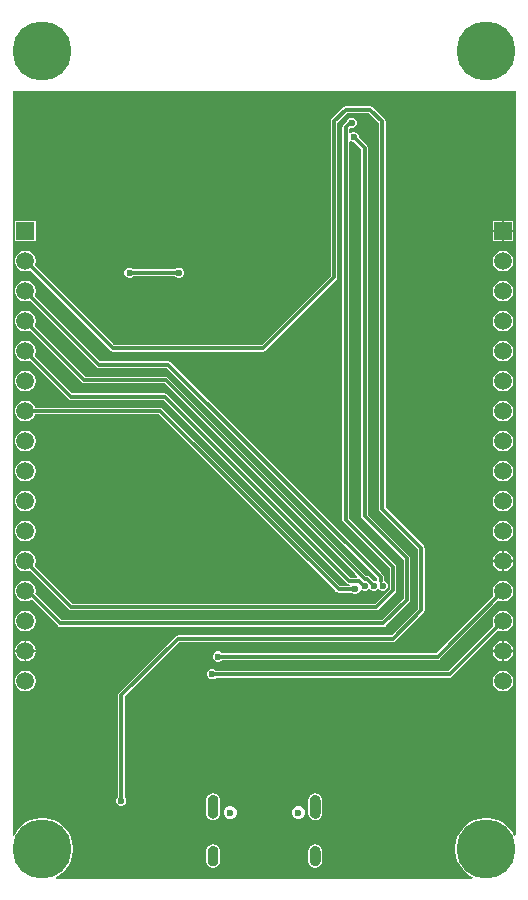
<source format=gbl>
G04*
G04 #@! TF.GenerationSoftware,Altium Limited,Altium Designer,23.1.1 (15)*
G04*
G04 Layer_Physical_Order=2*
G04 Layer_Color=16711680*
%FSLAX44Y44*%
%MOMM*%
G71*
G04*
G04 #@! TF.SameCoordinates,7295AF94-9057-4BB6-BE4D-2D92AE26B948*
G04*
G04*
G04 #@! TF.FilePolarity,Positive*
G04*
G01*
G75*
%ADD47C,0.3000*%
%ADD51C,0.9000*%
%ADD52C,0.6000*%
%ADD53C,5.0000*%
%ADD54C,1.5000*%
%ADD55R,1.5000X1.5000*%
%ADD56C,0.8000*%
G36*
X1237961Y433674D02*
X1236691Y433369D01*
X1235468Y435769D01*
X1233038Y439114D01*
X1230114Y442038D01*
X1226768Y444468D01*
X1223084Y446345D01*
X1219152Y447623D01*
X1215068Y448270D01*
X1210932D01*
X1206848Y447623D01*
X1202916Y446345D01*
X1199231Y444468D01*
X1195886Y442038D01*
X1192962Y439114D01*
X1190532Y435769D01*
X1188655Y432084D01*
X1187377Y428152D01*
X1186730Y424067D01*
Y419933D01*
X1187377Y415848D01*
X1188655Y411916D01*
X1190532Y408232D01*
X1192962Y404886D01*
X1195886Y401962D01*
X1199231Y399532D01*
X1201631Y398309D01*
X1201327Y397039D01*
X848673D01*
X848369Y398309D01*
X850769Y399532D01*
X854114Y401962D01*
X857038Y404886D01*
X859468Y408232D01*
X861345Y411916D01*
X862623Y415848D01*
X863270Y419933D01*
Y424067D01*
X862623Y428152D01*
X861345Y432084D01*
X859468Y435769D01*
X857038Y439114D01*
X854114Y442038D01*
X850769Y444468D01*
X847084Y446345D01*
X843152Y447623D01*
X839068Y448270D01*
X834932D01*
X830848Y447623D01*
X826916Y446345D01*
X823232Y444468D01*
X819886Y442038D01*
X816962Y439114D01*
X814532Y435769D01*
X813309Y433369D01*
X812039Y433674D01*
Y1063625D01*
X1237961D01*
Y433674D01*
D02*
G37*
%LPC*%
G36*
X1099849Y1041270D02*
X1098151D01*
X1096581Y1040620D01*
X1095380Y1039419D01*
X1094730Y1037849D01*
Y1037707D01*
X1094415Y1037497D01*
X1094415Y1037497D01*
X1092003Y1035085D01*
X1091391Y1034168D01*
X1091176Y1033088D01*
X1091176Y1033087D01*
Y701000D01*
X1091176Y701000D01*
X1091391Y699919D01*
X1092003Y699003D01*
X1131176Y659830D01*
Y642170D01*
X1118830Y629824D01*
X862770D01*
X830632Y661962D01*
X830922Y662465D01*
X831520Y664695D01*
Y667005D01*
X830922Y669235D01*
X829768Y671235D01*
X828135Y672868D01*
X826135Y674022D01*
X823905Y674620D01*
X821595D01*
X819365Y674022D01*
X817365Y672868D01*
X815732Y671235D01*
X814578Y669235D01*
X813980Y667005D01*
Y664695D01*
X814578Y662465D01*
X815732Y660465D01*
X817365Y658832D01*
X819365Y657678D01*
X821595Y657080D01*
X823905D01*
X826135Y657678D01*
X826638Y657968D01*
X859603Y625003D01*
X859603Y625003D01*
X860519Y624391D01*
X861600Y624176D01*
X1120000D01*
X1120000Y624176D01*
X1121081Y624391D01*
X1121997Y625003D01*
X1135997Y639003D01*
X1135997Y639003D01*
X1136609Y639919D01*
X1136824Y641000D01*
X1136824Y641000D01*
Y661000D01*
X1136824Y661000D01*
X1136609Y662081D01*
X1135997Y662997D01*
X1135997Y662997D01*
X1096824Y702170D01*
Y1020996D01*
X1098094Y1021522D01*
X1098311Y1021305D01*
X1099881Y1020655D01*
X1101006D01*
X1107176Y1014485D01*
Y704000D01*
X1107176Y704000D01*
X1107391Y702919D01*
X1108003Y702003D01*
X1143176Y666830D01*
Y634170D01*
X1124830Y615824D01*
X853677D01*
X831242Y638259D01*
X831520Y639295D01*
Y641605D01*
X830922Y643835D01*
X829768Y645835D01*
X828135Y647468D01*
X826135Y648622D01*
X823905Y649220D01*
X821595D01*
X819365Y648622D01*
X817365Y647468D01*
X815732Y645835D01*
X814578Y643835D01*
X813980Y641605D01*
Y639295D01*
X814578Y637065D01*
X815732Y635065D01*
X817365Y633432D01*
X819365Y632278D01*
X821595Y631680D01*
X823905D01*
X826135Y632278D01*
X828101Y633413D01*
X850510Y611003D01*
X850510Y611003D01*
X851427Y610391D01*
X852507Y610176D01*
X1126000D01*
X1126000Y610176D01*
X1127081Y610391D01*
X1127997Y611003D01*
X1147997Y631003D01*
X1147997Y631003D01*
X1148609Y631919D01*
X1148824Y633000D01*
X1148824Y633000D01*
Y668000D01*
X1148609Y669081D01*
X1147997Y669997D01*
X1147997Y669997D01*
X1112824Y705170D01*
Y1015655D01*
X1112824Y1015655D01*
X1112609Y1016736D01*
X1111997Y1017652D01*
X1111997Y1017652D01*
X1105000Y1024649D01*
Y1025774D01*
X1104350Y1027344D01*
X1103149Y1028545D01*
X1101579Y1029195D01*
X1099881D01*
X1098311Y1028545D01*
X1098094Y1028328D01*
X1096824Y1028854D01*
Y1031918D01*
X1097787Y1032881D01*
X1098151Y1032730D01*
X1099849D01*
X1101419Y1033380D01*
X1102620Y1034581D01*
X1103270Y1036151D01*
Y1037849D01*
X1102620Y1039419D01*
X1101419Y1040620D01*
X1099849Y1041270D01*
D02*
G37*
G36*
X1236020Y954020D02*
X1227885D01*
Y945885D01*
X1236020D01*
Y954020D01*
D02*
G37*
G36*
X1226615D02*
X1218480D01*
Y945885D01*
X1226615D01*
Y954020D01*
D02*
G37*
G36*
X1236020Y944615D02*
X1227885D01*
Y936480D01*
X1236020D01*
Y944615D01*
D02*
G37*
G36*
X1226615D02*
X1218480D01*
Y936480D01*
X1226615D01*
Y944615D01*
D02*
G37*
G36*
X831520Y954020D02*
X813980D01*
Y936480D01*
X831520D01*
Y954020D01*
D02*
G37*
G36*
X953849Y914270D02*
X952151D01*
X950581Y913620D01*
X949786Y912824D01*
X914214D01*
X913419Y913620D01*
X911849Y914270D01*
X910151D01*
X908581Y913620D01*
X907380Y912419D01*
X906730Y910849D01*
Y909151D01*
X907380Y907581D01*
X908581Y906380D01*
X910151Y905730D01*
X911849D01*
X913419Y906380D01*
X914214Y907176D01*
X949786D01*
X950581Y906380D01*
X952151Y905730D01*
X953849D01*
X955419Y906380D01*
X956620Y907581D01*
X957270Y909151D01*
Y910849D01*
X956620Y912419D01*
X955419Y913620D01*
X953849Y914270D01*
D02*
G37*
G36*
X1228405Y928620D02*
X1226095D01*
X1223865Y928022D01*
X1221865Y926868D01*
X1220232Y925235D01*
X1219078Y923235D01*
X1218480Y921005D01*
Y918695D01*
X1219078Y916465D01*
X1220232Y914465D01*
X1221865Y912832D01*
X1223865Y911678D01*
X1226095Y911080D01*
X1228405D01*
X1230635Y911678D01*
X1232635Y912832D01*
X1234268Y914465D01*
X1235422Y916465D01*
X1236020Y918695D01*
Y921005D01*
X1235422Y923235D01*
X1234268Y925235D01*
X1232635Y926868D01*
X1230635Y928022D01*
X1228405Y928620D01*
D02*
G37*
G36*
Y903220D02*
X1226095D01*
X1223865Y902622D01*
X1221865Y901468D01*
X1220232Y899835D01*
X1219078Y897835D01*
X1218480Y895605D01*
Y893295D01*
X1219078Y891065D01*
X1220232Y889065D01*
X1221865Y887432D01*
X1223865Y886278D01*
X1226095Y885680D01*
X1228405D01*
X1230635Y886278D01*
X1232635Y887432D01*
X1234268Y889065D01*
X1235422Y891065D01*
X1236020Y893295D01*
Y895605D01*
X1235422Y897835D01*
X1234268Y899835D01*
X1232635Y901468D01*
X1230635Y902622D01*
X1228405Y903220D01*
D02*
G37*
G36*
Y877820D02*
X1226095D01*
X1223865Y877222D01*
X1221865Y876068D01*
X1220232Y874435D01*
X1219078Y872435D01*
X1218480Y870205D01*
Y867895D01*
X1219078Y865665D01*
X1220232Y863665D01*
X1221865Y862032D01*
X1223865Y860878D01*
X1226095Y860280D01*
X1228405D01*
X1230635Y860878D01*
X1232635Y862032D01*
X1234268Y863665D01*
X1235422Y865665D01*
X1236020Y867895D01*
Y870205D01*
X1235422Y872435D01*
X1234268Y874435D01*
X1232635Y876068D01*
X1230635Y877222D01*
X1228405Y877820D01*
D02*
G37*
G36*
Y852420D02*
X1226095D01*
X1223865Y851822D01*
X1221865Y850668D01*
X1220232Y849035D01*
X1219078Y847035D01*
X1218480Y844805D01*
Y842495D01*
X1219078Y840265D01*
X1220232Y838265D01*
X1221865Y836632D01*
X1223865Y835478D01*
X1226095Y834880D01*
X1228405D01*
X1230635Y835478D01*
X1232635Y836632D01*
X1234268Y838265D01*
X1235422Y840265D01*
X1236020Y842495D01*
Y844805D01*
X1235422Y847035D01*
X1234268Y849035D01*
X1232635Y850668D01*
X1230635Y851822D01*
X1228405Y852420D01*
D02*
G37*
G36*
Y827020D02*
X1226095D01*
X1223865Y826422D01*
X1221865Y825268D01*
X1220232Y823635D01*
X1219078Y821635D01*
X1218480Y819405D01*
Y817095D01*
X1219078Y814865D01*
X1220232Y812865D01*
X1221865Y811232D01*
X1223865Y810078D01*
X1226095Y809480D01*
X1228405D01*
X1230635Y810078D01*
X1232635Y811232D01*
X1234268Y812865D01*
X1235422Y814865D01*
X1236020Y817095D01*
Y819405D01*
X1235422Y821635D01*
X1234268Y823635D01*
X1232635Y825268D01*
X1230635Y826422D01*
X1228405Y827020D01*
D02*
G37*
G36*
X823905D02*
X821595D01*
X819365Y826422D01*
X817365Y825268D01*
X815732Y823635D01*
X814578Y821635D01*
X813980Y819405D01*
Y817095D01*
X814578Y814865D01*
X815732Y812865D01*
X817365Y811232D01*
X819365Y810078D01*
X821595Y809480D01*
X823905D01*
X826135Y810078D01*
X828135Y811232D01*
X829768Y812865D01*
X830922Y814865D01*
X831520Y817095D01*
Y819405D01*
X830922Y821635D01*
X829768Y823635D01*
X828135Y825268D01*
X826135Y826422D01*
X823905Y827020D01*
D02*
G37*
G36*
X1228405Y801620D02*
X1226095D01*
X1223865Y801022D01*
X1221865Y799868D01*
X1220232Y798235D01*
X1219078Y796235D01*
X1218480Y794005D01*
Y791695D01*
X1219078Y789465D01*
X1220232Y787465D01*
X1221865Y785832D01*
X1223865Y784678D01*
X1226095Y784080D01*
X1228405D01*
X1230635Y784678D01*
X1232635Y785832D01*
X1234268Y787465D01*
X1235422Y789465D01*
X1236020Y791695D01*
Y794005D01*
X1235422Y796235D01*
X1234268Y798235D01*
X1232635Y799868D01*
X1230635Y801022D01*
X1228405Y801620D01*
D02*
G37*
G36*
Y776220D02*
X1226095D01*
X1223865Y775622D01*
X1221865Y774468D01*
X1220232Y772835D01*
X1219078Y770835D01*
X1218480Y768605D01*
Y766295D01*
X1219078Y764065D01*
X1220232Y762065D01*
X1221865Y760432D01*
X1223865Y759278D01*
X1226095Y758680D01*
X1228405D01*
X1230635Y759278D01*
X1232635Y760432D01*
X1234268Y762065D01*
X1235422Y764065D01*
X1236020Y766295D01*
Y768605D01*
X1235422Y770835D01*
X1234268Y772835D01*
X1232635Y774468D01*
X1230635Y775622D01*
X1228405Y776220D01*
D02*
G37*
G36*
X823905D02*
X821595D01*
X819365Y775622D01*
X817365Y774468D01*
X815732Y772835D01*
X814578Y770835D01*
X813980Y768605D01*
Y766295D01*
X814578Y764065D01*
X815732Y762065D01*
X817365Y760432D01*
X819365Y759278D01*
X821595Y758680D01*
X823905D01*
X826135Y759278D01*
X828135Y760432D01*
X829768Y762065D01*
X830922Y764065D01*
X831520Y766295D01*
Y768605D01*
X830922Y770835D01*
X829768Y772835D01*
X828135Y774468D01*
X826135Y775622D01*
X823905Y776220D01*
D02*
G37*
G36*
X1228405Y750820D02*
X1226095D01*
X1223865Y750222D01*
X1221865Y749068D01*
X1220232Y747435D01*
X1219078Y745435D01*
X1218480Y743205D01*
Y740895D01*
X1219078Y738665D01*
X1220232Y736665D01*
X1221865Y735032D01*
X1223865Y733878D01*
X1226095Y733280D01*
X1228405D01*
X1230635Y733878D01*
X1232635Y735032D01*
X1234268Y736665D01*
X1235422Y738665D01*
X1236020Y740895D01*
Y743205D01*
X1235422Y745435D01*
X1234268Y747435D01*
X1232635Y749068D01*
X1230635Y750222D01*
X1228405Y750820D01*
D02*
G37*
G36*
X823905D02*
X821595D01*
X819365Y750222D01*
X817365Y749068D01*
X815732Y747435D01*
X814578Y745435D01*
X813980Y743205D01*
Y740895D01*
X814578Y738665D01*
X815732Y736665D01*
X817365Y735032D01*
X819365Y733878D01*
X821595Y733280D01*
X823905D01*
X826135Y733878D01*
X828135Y735032D01*
X829768Y736665D01*
X830922Y738665D01*
X831520Y740895D01*
Y743205D01*
X830922Y745435D01*
X829768Y747435D01*
X828135Y749068D01*
X826135Y750222D01*
X823905Y750820D01*
D02*
G37*
G36*
X1228405Y725420D02*
X1226095D01*
X1223865Y724822D01*
X1221865Y723668D01*
X1220232Y722035D01*
X1219078Y720035D01*
X1218480Y717805D01*
Y715495D01*
X1219078Y713265D01*
X1220232Y711265D01*
X1221865Y709632D01*
X1223865Y708478D01*
X1226095Y707880D01*
X1228405D01*
X1230635Y708478D01*
X1232635Y709632D01*
X1234268Y711265D01*
X1235422Y713265D01*
X1236020Y715495D01*
Y717805D01*
X1235422Y720035D01*
X1234268Y722035D01*
X1232635Y723668D01*
X1230635Y724822D01*
X1228405Y725420D01*
D02*
G37*
G36*
X823905D02*
X821595D01*
X819365Y724822D01*
X817365Y723668D01*
X815732Y722035D01*
X814578Y720035D01*
X813980Y717805D01*
Y715495D01*
X814578Y713265D01*
X815732Y711265D01*
X817365Y709632D01*
X819365Y708478D01*
X821595Y707880D01*
X823905D01*
X826135Y708478D01*
X828135Y709632D01*
X829768Y711265D01*
X830922Y713265D01*
X831520Y715495D01*
Y717805D01*
X830922Y720035D01*
X829768Y722035D01*
X828135Y723668D01*
X826135Y724822D01*
X823905Y725420D01*
D02*
G37*
G36*
X1228405Y700020D02*
X1226095D01*
X1223865Y699422D01*
X1221865Y698268D01*
X1220232Y696635D01*
X1219078Y694635D01*
X1218480Y692405D01*
Y690095D01*
X1219078Y687865D01*
X1220232Y685865D01*
X1221865Y684232D01*
X1223865Y683078D01*
X1226095Y682480D01*
X1228405D01*
X1230635Y683078D01*
X1232635Y684232D01*
X1234268Y685865D01*
X1235422Y687865D01*
X1236020Y690095D01*
Y692405D01*
X1235422Y694635D01*
X1234268Y696635D01*
X1232635Y698268D01*
X1230635Y699422D01*
X1228405Y700020D01*
D02*
G37*
G36*
X823905D02*
X821595D01*
X819365Y699422D01*
X817365Y698268D01*
X815732Y696635D01*
X814578Y694635D01*
X813980Y692405D01*
Y690095D01*
X814578Y687865D01*
X815732Y685865D01*
X817365Y684232D01*
X819365Y683078D01*
X821595Y682480D01*
X823905D01*
X826135Y683078D01*
X828135Y684232D01*
X829768Y685865D01*
X830922Y687865D01*
X831520Y690095D01*
Y692405D01*
X830922Y694635D01*
X829768Y696635D01*
X828135Y698268D01*
X826135Y699422D01*
X823905Y700020D01*
D02*
G37*
G36*
X1228405Y674620D02*
X1227885D01*
Y666485D01*
X1236020D01*
Y667005D01*
X1235422Y669235D01*
X1234268Y671235D01*
X1232635Y672868D01*
X1230635Y674022D01*
X1228405Y674620D01*
D02*
G37*
G36*
X1226615D02*
X1226095D01*
X1223865Y674022D01*
X1221865Y672868D01*
X1220232Y671235D01*
X1219078Y669235D01*
X1218480Y667005D01*
Y666485D01*
X1226615D01*
Y674620D01*
D02*
G37*
G36*
X1236020Y665215D02*
X1227885D01*
Y657080D01*
X1228405D01*
X1230635Y657678D01*
X1232635Y658832D01*
X1234268Y660465D01*
X1235422Y662465D01*
X1236020Y664695D01*
Y665215D01*
D02*
G37*
G36*
X1226615D02*
X1218480D01*
Y664695D01*
X1219078Y662465D01*
X1220232Y660465D01*
X1221865Y658832D01*
X1223865Y657678D01*
X1226095Y657080D01*
X1226615D01*
Y665215D01*
D02*
G37*
G36*
X823905Y903220D02*
X821595D01*
X819365Y902622D01*
X817365Y901468D01*
X815732Y899835D01*
X814578Y897835D01*
X813980Y895605D01*
Y893295D01*
X814578Y891065D01*
X815732Y889065D01*
X817365Y887432D01*
X819365Y886278D01*
X821595Y885680D01*
X823905D01*
X826135Y886278D01*
X826638Y886568D01*
X883203Y830003D01*
X883203Y830003D01*
X884119Y829391D01*
X885200Y829176D01*
X885200Y829176D01*
X942830D01*
X1120889Y651117D01*
Y649800D01*
X1119945Y649014D01*
X1119664Y648932D01*
X1118849Y649270D01*
X1117724D01*
X1114415Y652579D01*
X1113499Y653191D01*
X1112418Y653406D01*
X1112418Y653406D01*
X1111588D01*
X943997Y820997D01*
X943081Y821609D01*
X942000Y821824D01*
X942000Y821824D01*
X873970D01*
X830632Y865162D01*
X830922Y865665D01*
X831520Y867895D01*
Y870205D01*
X830922Y872435D01*
X829768Y874435D01*
X828135Y876068D01*
X826135Y877222D01*
X823905Y877820D01*
X821595D01*
X819365Y877222D01*
X817365Y876068D01*
X815732Y874435D01*
X814578Y872435D01*
X813980Y870205D01*
Y867895D01*
X814578Y865665D01*
X815732Y863665D01*
X817365Y862032D01*
X819365Y860878D01*
X821595Y860280D01*
X823905D01*
X826135Y860878D01*
X826638Y861168D01*
X870803Y817003D01*
X870803Y817003D01*
X871719Y816391D01*
X872800Y816176D01*
X872800Y816176D01*
X940830D01*
X1103912Y653094D01*
X1103386Y651824D01*
X1098170D01*
X942997Y806997D01*
X942081Y807609D01*
X941000Y807824D01*
X941000Y807824D01*
X862570D01*
X830632Y839762D01*
X830922Y840265D01*
X831520Y842495D01*
Y844805D01*
X830922Y847035D01*
X829768Y849035D01*
X828135Y850668D01*
X826135Y851822D01*
X823905Y852420D01*
X821595D01*
X819365Y851822D01*
X817365Y850668D01*
X815732Y849035D01*
X814578Y847035D01*
X813980Y844805D01*
Y842495D01*
X814578Y840265D01*
X815732Y838265D01*
X817365Y836632D01*
X819365Y835478D01*
X821595Y834880D01*
X823905D01*
X826135Y835478D01*
X826638Y835768D01*
X859403Y803003D01*
X859403Y803003D01*
X860319Y802391D01*
X861400Y802176D01*
X861400Y802176D01*
X939830D01*
X1095003Y647003D01*
X1095003Y647003D01*
X1095919Y646391D01*
X1097000Y646176D01*
X1097000Y646176D01*
X1097580Y644906D01*
X1097526Y644824D01*
X1089170D01*
X939147Y794847D01*
X938231Y795459D01*
X937150Y795674D01*
X937150Y795674D01*
X831073D01*
X830922Y796235D01*
X829768Y798235D01*
X828135Y799868D01*
X826135Y801022D01*
X823905Y801620D01*
X821595D01*
X819365Y801022D01*
X817365Y799868D01*
X815732Y798235D01*
X814578Y796235D01*
X813980Y794005D01*
Y791695D01*
X814578Y789465D01*
X815732Y787465D01*
X817365Y785832D01*
X819365Y784678D01*
X821595Y784080D01*
X823905D01*
X826135Y784678D01*
X828135Y785832D01*
X829768Y787465D01*
X830922Y789465D01*
X831073Y790026D01*
X935980D01*
X1086003Y640003D01*
X1086003Y640003D01*
X1086919Y639391D01*
X1088000Y639176D01*
X1098786D01*
X1099581Y638380D01*
X1101151Y637730D01*
X1102849D01*
X1104419Y638380D01*
X1105620Y639581D01*
X1106140Y640837D01*
X1107115Y641206D01*
X1107540Y641233D01*
X1107581Y641192D01*
X1109151Y640542D01*
X1110849D01*
X1112419Y641192D01*
X1113264Y642038D01*
X1113870Y642333D01*
X1114870Y642092D01*
X1115581Y641380D01*
X1117151Y640730D01*
X1118849D01*
X1120419Y641380D01*
X1120805Y641767D01*
X1121635Y642567D01*
X1122465Y641767D01*
X1122851Y641380D01*
X1124421Y640730D01*
X1126119D01*
X1127689Y641380D01*
X1128890Y642581D01*
X1129540Y644151D01*
Y645849D01*
X1128890Y647419D01*
X1127689Y648620D01*
X1126820Y648980D01*
X1126824Y649000D01*
X1126609Y650081D01*
X1126537Y650189D01*
Y652287D01*
X1126322Y653368D01*
X1125710Y654284D01*
X1125710Y654284D01*
X945997Y833997D01*
X945081Y834609D01*
X944000Y834824D01*
X944000Y834824D01*
X886370D01*
X830632Y890562D01*
X830922Y891065D01*
X831520Y893295D01*
Y895605D01*
X830922Y897835D01*
X829768Y899835D01*
X828135Y901468D01*
X826135Y902622D01*
X823905Y903220D01*
D02*
G37*
G36*
X1228405Y649220D02*
X1226095D01*
X1223865Y648622D01*
X1221865Y647468D01*
X1220232Y645835D01*
X1219078Y643835D01*
X1218480Y641605D01*
Y639295D01*
X1219078Y637065D01*
X1219368Y636562D01*
X1170630Y587824D01*
X989214Y587824D01*
X988419Y588620D01*
X986849Y589270D01*
X985151D01*
X983581Y588620D01*
X982380Y587419D01*
X981730Y585849D01*
Y584151D01*
X982380Y582581D01*
X983581Y581380D01*
X985151Y580730D01*
X986849D01*
X988419Y581380D01*
X989214Y582176D01*
X1171800Y582176D01*
X1171800Y582176D01*
X1172881Y582391D01*
X1173797Y583003D01*
X1223362Y632568D01*
X1223865Y632278D01*
X1226095Y631680D01*
X1228405D01*
X1230635Y632278D01*
X1232635Y633432D01*
X1234268Y635065D01*
X1235422Y637065D01*
X1236020Y639295D01*
Y641605D01*
X1235422Y643835D01*
X1234268Y645835D01*
X1232635Y647468D01*
X1230635Y648622D01*
X1228405Y649220D01*
D02*
G37*
G36*
Y623820D02*
X1226095D01*
X1223865Y623222D01*
X1221865Y622068D01*
X1220232Y620435D01*
X1219078Y618435D01*
X1218480Y616205D01*
Y613895D01*
X1219078Y611665D01*
X1219368Y611162D01*
X1181030Y572824D01*
X984214D01*
X983419Y573620D01*
X981849Y574270D01*
X980151D01*
X978581Y573620D01*
X977380Y572419D01*
X976730Y570849D01*
Y569151D01*
X977380Y567581D01*
X978581Y566380D01*
X980151Y565730D01*
X981849D01*
X983419Y566380D01*
X984214Y567176D01*
X1182200D01*
X1182200Y567176D01*
X1183281Y567391D01*
X1184197Y568003D01*
X1223362Y607168D01*
X1223865Y606878D01*
X1226095Y606280D01*
X1228405D01*
X1230635Y606878D01*
X1232635Y608032D01*
X1234268Y609665D01*
X1235422Y611665D01*
X1236020Y613895D01*
Y616205D01*
X1235422Y618435D01*
X1234268Y620435D01*
X1232635Y622068D01*
X1230635Y623222D01*
X1228405Y623820D01*
D02*
G37*
G36*
X823905D02*
X821595D01*
X819365Y623222D01*
X817365Y622068D01*
X815732Y620435D01*
X814578Y618435D01*
X813980Y616205D01*
Y613895D01*
X814578Y611665D01*
X815732Y609665D01*
X817365Y608032D01*
X819365Y606878D01*
X821595Y606280D01*
X823905D01*
X826135Y606878D01*
X828135Y608032D01*
X829768Y609665D01*
X830922Y611665D01*
X831520Y613895D01*
Y616205D01*
X830922Y618435D01*
X829768Y620435D01*
X828135Y622068D01*
X826135Y623222D01*
X823905Y623820D01*
D02*
G37*
G36*
X1115000Y1050824D02*
X1115000Y1050824D01*
X1094000D01*
X1092919Y1050609D01*
X1092003Y1049997D01*
X1092003Y1049997D01*
X1082003Y1039997D01*
X1081391Y1039081D01*
X1081176Y1038000D01*
X1081176Y1038000D01*
Y907170D01*
X1022830Y848824D01*
X898170D01*
X830778Y916216D01*
X830922Y916465D01*
X831520Y918695D01*
Y921005D01*
X830922Y923235D01*
X829768Y925235D01*
X828135Y926868D01*
X826135Y928022D01*
X823905Y928620D01*
X821595D01*
X819365Y928022D01*
X817365Y926868D01*
X815732Y925235D01*
X814578Y923235D01*
X813980Y921005D01*
Y918695D01*
X814578Y916465D01*
X815732Y914465D01*
X817365Y912832D01*
X819365Y911678D01*
X821595Y911080D01*
X823905D01*
X826135Y911678D01*
X826891Y912114D01*
X895003Y844003D01*
X895003Y844003D01*
X895919Y843391D01*
X897000Y843176D01*
X897000Y843176D01*
X1024000D01*
X1024000Y843176D01*
X1025081Y843391D01*
X1025997Y844003D01*
X1085997Y904003D01*
X1086609Y904919D01*
X1086824Y906000D01*
X1086824Y906000D01*
Y1036830D01*
X1095170Y1045176D01*
X1113830D01*
X1122176Y1036830D01*
Y710000D01*
X1122176Y710000D01*
X1122391Y708919D01*
X1123003Y708003D01*
X1155176Y675830D01*
Y625170D01*
X1132830Y602824D01*
X952000D01*
X952000Y602824D01*
X950919Y602609D01*
X950003Y601997D01*
X902003Y553997D01*
X901391Y553081D01*
X901176Y552000D01*
X901176Y552000D01*
Y466214D01*
X900380Y465419D01*
X899730Y463849D01*
Y462151D01*
X900380Y460581D01*
X901581Y459380D01*
X903151Y458730D01*
X904849D01*
X906419Y459380D01*
X907620Y460581D01*
X908270Y462151D01*
Y463849D01*
X907620Y465419D01*
X906824Y466214D01*
Y550830D01*
X953170Y597176D01*
X1134000D01*
X1134000Y597176D01*
X1135081Y597391D01*
X1135997Y598003D01*
X1159997Y622003D01*
X1160609Y622919D01*
X1160824Y624000D01*
X1160824Y624000D01*
Y677000D01*
X1160609Y678081D01*
X1159997Y678997D01*
X1159997Y678997D01*
X1127824Y711170D01*
Y1038000D01*
X1127609Y1039081D01*
X1126997Y1039997D01*
X1126997Y1039997D01*
X1116997Y1049997D01*
X1116081Y1050609D01*
X1115000Y1050824D01*
D02*
G37*
G36*
X823905Y598420D02*
X823385D01*
Y590285D01*
X831520D01*
Y590805D01*
X830922Y593035D01*
X829768Y595035D01*
X828135Y596668D01*
X826135Y597822D01*
X823905Y598420D01*
D02*
G37*
G36*
X822115D02*
X821595D01*
X819365Y597822D01*
X817365Y596668D01*
X815732Y595035D01*
X814578Y593035D01*
X813980Y590805D01*
Y590285D01*
X822115D01*
Y598420D01*
D02*
G37*
G36*
X1228405D02*
X1227885D01*
Y590285D01*
X1236020D01*
Y590805D01*
X1235422Y593035D01*
X1234268Y595035D01*
X1232635Y596668D01*
X1230635Y597822D01*
X1228405Y598420D01*
D02*
G37*
G36*
X1226615D02*
X1226095D01*
X1223865Y597822D01*
X1221865Y596668D01*
X1220232Y595035D01*
X1219078Y593035D01*
X1218480Y590805D01*
Y590285D01*
X1226615D01*
Y598420D01*
D02*
G37*
G36*
X1236020Y589015D02*
X1227885D01*
Y580880D01*
X1228405D01*
X1230635Y581478D01*
X1232635Y582632D01*
X1234268Y584265D01*
X1235422Y586265D01*
X1236020Y588495D01*
Y589015D01*
D02*
G37*
G36*
X1226615D02*
X1218480D01*
Y588495D01*
X1219078Y586265D01*
X1220232Y584265D01*
X1221865Y582632D01*
X1223865Y581478D01*
X1226095Y580880D01*
X1226615D01*
Y589015D01*
D02*
G37*
G36*
X831520Y589015D02*
X823385D01*
Y580880D01*
X823905D01*
X826135Y581478D01*
X828135Y582632D01*
X829768Y584265D01*
X830922Y586265D01*
X831520Y588495D01*
Y589015D01*
D02*
G37*
G36*
X822115D02*
X813980D01*
Y588495D01*
X814578Y586265D01*
X815732Y584265D01*
X817365Y582632D01*
X819365Y581478D01*
X821595Y580880D01*
X822115D01*
Y589015D01*
D02*
G37*
G36*
X1228405Y573020D02*
X1226095D01*
X1223865Y572422D01*
X1221865Y571268D01*
X1220232Y569635D01*
X1219078Y567635D01*
X1218480Y565405D01*
Y563095D01*
X1219078Y560865D01*
X1220232Y558865D01*
X1221865Y557232D01*
X1223865Y556078D01*
X1226095Y555480D01*
X1228405D01*
X1230635Y556078D01*
X1232635Y557232D01*
X1234268Y558865D01*
X1235422Y560865D01*
X1236020Y563095D01*
Y565405D01*
X1235422Y567635D01*
X1234268Y569635D01*
X1232635Y571268D01*
X1230635Y572422D01*
X1228405Y573020D01*
D02*
G37*
G36*
X823905D02*
X821595D01*
X819365Y572422D01*
X817365Y571268D01*
X815732Y569635D01*
X814578Y567635D01*
X813980Y565405D01*
Y563095D01*
X814578Y560865D01*
X815732Y558865D01*
X817365Y557232D01*
X819365Y556078D01*
X821595Y555480D01*
X823905D01*
X826135Y556078D01*
X828135Y557232D01*
X829768Y558865D01*
X830922Y560865D01*
X831520Y563095D01*
Y565405D01*
X830922Y567635D01*
X829768Y569635D01*
X828135Y571268D01*
X826135Y572422D01*
X823905Y573020D01*
D02*
G37*
G36*
X1068307Y469073D02*
X1068250Y469053D01*
X1068193Y469073D01*
X1067953Y469063D01*
X1067952Y469063D01*
X1067950Y469063D01*
X1067720Y469053D01*
X1067636Y469014D01*
X1067544Y469034D01*
X1067320Y468995D01*
X1067084Y468956D01*
X1067048Y468933D01*
X1067005Y468941D01*
X1066785Y468890D01*
X1066742Y468860D01*
X1066690Y468865D01*
X1066460Y468795D01*
X1066429Y468770D01*
X1066390Y468772D01*
X1066170Y468692D01*
X1066149Y468672D01*
X1066120Y468672D01*
X1065900Y468582D01*
X1065870Y468553D01*
X1065829Y468551D01*
X1065619Y468451D01*
X1065600Y468430D01*
X1065572Y468428D01*
X1065362Y468318D01*
X1065318Y468265D01*
X1065251Y468253D01*
X1064851Y467993D01*
X1064816Y467942D01*
X1064756Y467925D01*
X1064576Y467785D01*
X1064552Y467743D01*
X1064507Y467728D01*
X1064327Y467567D01*
X1064318Y467548D01*
X1064298Y467541D01*
X1064128Y467381D01*
X1064110Y467340D01*
X1064069Y467322D01*
X1063909Y467152D01*
X1063902Y467132D01*
X1063883Y467123D01*
X1063723Y466943D01*
X1063707Y466898D01*
X1063665Y466874D01*
X1063525Y466694D01*
X1063509Y466634D01*
X1063457Y466599D01*
X1063197Y466199D01*
X1063185Y466132D01*
X1063132Y466088D01*
X1063022Y465878D01*
X1063020Y465850D01*
X1062999Y465831D01*
X1062899Y465621D01*
X1062897Y465580D01*
X1062868Y465550D01*
X1062778Y465331D01*
X1062778Y465301D01*
X1062758Y465280D01*
X1062678Y465060D01*
X1062680Y465021D01*
X1062655Y464990D01*
X1062585Y464760D01*
X1062590Y464708D01*
X1062560Y464665D01*
X1062510Y464445D01*
X1062517Y464402D01*
X1062494Y464366D01*
X1062455Y464131D01*
X1062416Y463906D01*
X1062436Y463815D01*
X1062397Y463730D01*
X1062387Y463500D01*
X1062387Y463498D01*
X1062386Y463497D01*
X1062377Y463257D01*
X1062387Y463228D01*
X1062375Y463200D01*
Y452200D01*
X1062387Y452172D01*
X1062377Y452143D01*
X1062386Y451903D01*
X1062387Y451902D01*
X1062387Y451900D01*
X1062397Y451670D01*
X1062436Y451586D01*
X1062416Y451494D01*
X1062455Y451270D01*
X1062494Y451034D01*
X1062517Y450998D01*
X1062510Y450955D01*
X1062560Y450735D01*
X1062590Y450692D01*
X1062585Y450640D01*
X1062655Y450410D01*
X1062680Y450379D01*
X1062678Y450340D01*
X1062758Y450120D01*
X1062778Y450099D01*
X1062778Y450070D01*
X1062868Y449850D01*
X1062897Y449820D01*
X1062899Y449779D01*
X1062999Y449569D01*
X1063020Y449550D01*
X1063022Y449522D01*
X1063132Y449312D01*
X1063185Y449268D01*
X1063197Y449201D01*
X1063457Y448801D01*
X1063509Y448766D01*
X1063525Y448706D01*
X1063665Y448526D01*
X1063707Y448502D01*
X1063723Y448457D01*
X1063883Y448277D01*
X1063902Y448268D01*
X1063909Y448248D01*
X1064069Y448078D01*
X1064110Y448060D01*
X1064128Y448019D01*
X1064298Y447859D01*
X1064318Y447851D01*
X1064327Y447833D01*
X1064507Y447673D01*
X1064552Y447657D01*
X1064576Y447615D01*
X1064756Y447475D01*
X1064816Y447458D01*
X1064851Y447407D01*
X1065251Y447147D01*
X1065318Y447135D01*
X1065362Y447082D01*
X1065572Y446972D01*
X1065600Y446970D01*
X1065619Y446949D01*
X1065829Y446849D01*
X1065870Y446847D01*
X1065900Y446818D01*
X1066120Y446728D01*
X1066149Y446728D01*
X1066170Y446708D01*
X1066390Y446628D01*
X1066429Y446630D01*
X1066460Y446605D01*
X1066690Y446535D01*
X1066742Y446540D01*
X1066785Y446510D01*
X1067005Y446460D01*
X1067048Y446467D01*
X1067084Y446444D01*
X1067319Y446405D01*
X1067544Y446366D01*
X1067636Y446386D01*
X1067720Y446347D01*
X1067950Y446337D01*
X1067952Y446337D01*
X1067953Y446337D01*
X1068193Y446326D01*
X1068250Y446348D01*
X1068307Y446326D01*
X1068547Y446337D01*
X1068549Y446337D01*
X1068550Y446337D01*
X1068780Y446347D01*
X1068865Y446386D01*
X1068956Y446366D01*
X1069180Y446405D01*
X1069416Y446444D01*
X1069452Y446467D01*
X1069495Y446460D01*
X1069715Y446510D01*
X1069758Y446540D01*
X1069810Y446535D01*
X1070040Y446605D01*
X1070071Y446630D01*
X1070110Y446628D01*
X1070330Y446708D01*
X1070351Y446728D01*
X1070380Y446728D01*
X1070601Y446818D01*
X1070630Y446847D01*
X1070671Y446849D01*
X1070881Y446949D01*
X1070900Y446970D01*
X1070928Y446972D01*
X1071138Y447082D01*
X1071182Y447135D01*
X1071249Y447147D01*
X1071649Y447407D01*
X1071684Y447458D01*
X1071744Y447475D01*
X1071924Y447615D01*
X1071948Y447657D01*
X1071993Y447673D01*
X1072173Y447833D01*
X1072182Y447851D01*
X1072202Y447859D01*
X1072372Y448019D01*
X1072390Y448060D01*
X1072431Y448078D01*
X1072591Y448248D01*
X1072598Y448268D01*
X1072617Y448277D01*
X1072777Y448457D01*
X1072793Y448502D01*
X1072835Y448526D01*
X1072975Y448706D01*
X1072991Y448766D01*
X1073043Y448801D01*
X1073303Y449201D01*
X1073315Y449268D01*
X1073368Y449312D01*
X1073478Y449522D01*
X1073480Y449550D01*
X1073501Y449569D01*
X1073601Y449779D01*
X1073603Y449820D01*
X1073632Y449850D01*
X1073722Y450070D01*
X1073722Y450099D01*
X1073742Y450120D01*
X1073822Y450340D01*
X1073820Y450379D01*
X1073845Y450410D01*
X1073915Y450640D01*
X1073910Y450692D01*
X1073941Y450735D01*
X1073990Y450955D01*
X1073983Y450998D01*
X1074006Y451034D01*
X1074045Y451269D01*
X1074084Y451494D01*
X1074064Y451586D01*
X1074103Y451670D01*
X1074113Y451900D01*
X1074113Y451902D01*
X1074113Y451903D01*
X1074124Y452143D01*
X1074113Y452172D01*
X1074125Y452200D01*
Y463200D01*
X1074113Y463228D01*
X1074124Y463257D01*
X1074113Y463497D01*
X1074113Y463498D01*
X1074113Y463500D01*
X1074103Y463730D01*
X1074064Y463815D01*
X1074084Y463906D01*
X1074045Y464130D01*
X1074006Y464366D01*
X1073983Y464402D01*
X1073990Y464445D01*
X1073941Y464665D01*
X1073910Y464708D01*
X1073915Y464760D01*
X1073845Y464990D01*
X1073820Y465021D01*
X1073822Y465060D01*
X1073742Y465280D01*
X1073722Y465301D01*
X1073722Y465331D01*
X1073632Y465550D01*
X1073603Y465580D01*
X1073601Y465621D01*
X1073501Y465831D01*
X1073480Y465850D01*
X1073478Y465878D01*
X1073368Y466088D01*
X1073315Y466132D01*
X1073303Y466199D01*
X1073043Y466599D01*
X1072991Y466634D01*
X1072975Y466694D01*
X1072835Y466874D01*
X1072793Y466898D01*
X1072777Y466943D01*
X1072617Y467123D01*
X1072598Y467132D01*
X1072591Y467152D01*
X1072431Y467322D01*
X1072390Y467340D01*
X1072372Y467381D01*
X1072202Y467541D01*
X1072182Y467548D01*
X1072173Y467567D01*
X1071993Y467728D01*
X1071948Y467743D01*
X1071924Y467785D01*
X1071744Y467925D01*
X1071684Y467942D01*
X1071649Y467993D01*
X1071249Y468253D01*
X1071182Y468265D01*
X1071138Y468318D01*
X1070928Y468428D01*
X1070900Y468430D01*
X1070881Y468451D01*
X1070671Y468551D01*
X1070630Y468553D01*
X1070601Y468582D01*
X1070380Y468672D01*
X1070351Y468672D01*
X1070330Y468692D01*
X1070110Y468772D01*
X1070071Y468770D01*
X1070040Y468795D01*
X1069810Y468865D01*
X1069758Y468860D01*
X1069715Y468890D01*
X1069495Y468941D01*
X1069452Y468933D01*
X1069416Y468956D01*
X1069181Y468995D01*
X1068956Y469034D01*
X1068864Y469014D01*
X1068780Y469053D01*
X1068550Y469063D01*
X1068548Y469063D01*
X1068547Y469063D01*
X1068307Y469073D01*
D02*
G37*
G36*
X981807D02*
X981750Y469053D01*
X981693Y469073D01*
X981453Y469063D01*
X981452Y469063D01*
X981450Y469063D01*
X981220Y469053D01*
X981136Y469014D01*
X981044Y469034D01*
X980820Y468995D01*
X980584Y468956D01*
X980548Y468933D01*
X980505Y468941D01*
X980285Y468890D01*
X980242Y468860D01*
X980190Y468865D01*
X979960Y468795D01*
X979929Y468770D01*
X979890Y468772D01*
X979670Y468692D01*
X979649Y468672D01*
X979620Y468672D01*
X979399Y468582D01*
X979370Y468553D01*
X979329Y468551D01*
X979119Y468451D01*
X979100Y468430D01*
X979072Y468428D01*
X978862Y468318D01*
X978818Y468265D01*
X978751Y468253D01*
X978351Y467993D01*
X978316Y467942D01*
X978256Y467925D01*
X978076Y467785D01*
X978052Y467743D01*
X978007Y467728D01*
X977827Y467567D01*
X977818Y467548D01*
X977798Y467541D01*
X977628Y467381D01*
X977610Y467340D01*
X977569Y467322D01*
X977409Y467152D01*
X977402Y467132D01*
X977383Y467123D01*
X977223Y466943D01*
X977207Y466898D01*
X977165Y466874D01*
X977025Y466694D01*
X977009Y466634D01*
X976957Y466599D01*
X976697Y466199D01*
X976685Y466132D01*
X976632Y466088D01*
X976522Y465878D01*
X976520Y465850D01*
X976499Y465831D01*
X976399Y465621D01*
X976397Y465580D01*
X976368Y465550D01*
X976278Y465331D01*
X976278Y465301D01*
X976258Y465280D01*
X976178Y465060D01*
X976180Y465021D01*
X976155Y464990D01*
X976085Y464760D01*
X976090Y464708D01*
X976059Y464665D01*
X976010Y464445D01*
X976017Y464402D01*
X975994Y464366D01*
X975955Y464131D01*
X975916Y463906D01*
X975936Y463815D01*
X975897Y463730D01*
X975887Y463500D01*
X975887Y463498D01*
X975887Y463497D01*
X975877Y463257D01*
X975887Y463228D01*
X975875Y463200D01*
Y452200D01*
X975887Y452172D01*
X975877Y452143D01*
X975887Y451903D01*
X975887Y451902D01*
X975887Y451900D01*
X975897Y451670D01*
X975936Y451586D01*
X975916Y451494D01*
X975955Y451270D01*
X975994Y451034D01*
X976017Y450998D01*
X976010Y450955D01*
X976059Y450735D01*
X976090Y450692D01*
X976085Y450640D01*
X976155Y450410D01*
X976180Y450379D01*
X976178Y450340D01*
X976258Y450120D01*
X976278Y450099D01*
X976278Y450070D01*
X976368Y449850D01*
X976397Y449820D01*
X976399Y449779D01*
X976499Y449569D01*
X976520Y449550D01*
X976522Y449522D01*
X976632Y449312D01*
X976685Y449268D01*
X976697Y449201D01*
X976957Y448801D01*
X977009Y448766D01*
X977025Y448706D01*
X977165Y448526D01*
X977207Y448502D01*
X977223Y448457D01*
X977383Y448277D01*
X977402Y448268D01*
X977409Y448248D01*
X977569Y448078D01*
X977610Y448060D01*
X977628Y448019D01*
X977798Y447859D01*
X977818Y447851D01*
X977827Y447833D01*
X978007Y447673D01*
X978052Y447657D01*
X978076Y447615D01*
X978256Y447475D01*
X978316Y447458D01*
X978351Y447407D01*
X978751Y447147D01*
X978818Y447135D01*
X978862Y447082D01*
X979072Y446972D01*
X979100Y446970D01*
X979119Y446949D01*
X979329Y446849D01*
X979370Y446847D01*
X979399Y446818D01*
X979620Y446728D01*
X979649Y446728D01*
X979670Y446708D01*
X979890Y446628D01*
X979929Y446630D01*
X979960Y446605D01*
X980190Y446535D01*
X980242Y446540D01*
X980285Y446510D01*
X980505Y446460D01*
X980548Y446467D01*
X980584Y446444D01*
X980819Y446405D01*
X981044Y446366D01*
X981136Y446386D01*
X981220Y446347D01*
X981450Y446337D01*
X981451Y446337D01*
X981453Y446337D01*
X981693Y446326D01*
X981750Y446348D01*
X981807Y446326D01*
X982047Y446337D01*
X982048Y446337D01*
X982050Y446337D01*
X982280Y446347D01*
X982365Y446386D01*
X982456Y446366D01*
X982680Y446405D01*
X982916Y446444D01*
X982952Y446467D01*
X982995Y446460D01*
X983215Y446510D01*
X983258Y446540D01*
X983310Y446535D01*
X983540Y446605D01*
X983571Y446630D01*
X983610Y446628D01*
X983830Y446708D01*
X983851Y446728D01*
X983880Y446728D01*
X984100Y446818D01*
X984130Y446847D01*
X984171Y446849D01*
X984381Y446949D01*
X984400Y446970D01*
X984428Y446972D01*
X984638Y447082D01*
X984682Y447135D01*
X984749Y447147D01*
X985149Y447407D01*
X985184Y447458D01*
X985244Y447475D01*
X985424Y447615D01*
X985448Y447657D01*
X985493Y447673D01*
X985673Y447833D01*
X985682Y447851D01*
X985702Y447859D01*
X985872Y448019D01*
X985890Y448060D01*
X985931Y448078D01*
X986091Y448248D01*
X986098Y448268D01*
X986117Y448277D01*
X986277Y448457D01*
X986293Y448502D01*
X986335Y448526D01*
X986475Y448706D01*
X986491Y448766D01*
X986543Y448801D01*
X986803Y449201D01*
X986815Y449268D01*
X986868Y449312D01*
X986978Y449522D01*
X986980Y449550D01*
X987001Y449569D01*
X987101Y449779D01*
X987103Y449820D01*
X987132Y449850D01*
X987222Y450070D01*
X987222Y450099D01*
X987242Y450120D01*
X987322Y450340D01*
X987320Y450379D01*
X987345Y450410D01*
X987415Y450640D01*
X987410Y450692D01*
X987440Y450735D01*
X987490Y450955D01*
X987483Y450998D01*
X987506Y451034D01*
X987545Y451269D01*
X987584Y451494D01*
X987564Y451586D01*
X987603Y451670D01*
X987613Y451900D01*
X987613Y451902D01*
X987614Y451903D01*
X987624Y452143D01*
X987613Y452172D01*
X987625Y452200D01*
Y463200D01*
X987613Y463228D01*
X987624Y463257D01*
X987614Y463497D01*
X987613Y463498D01*
X987613Y463500D01*
X987603Y463730D01*
X987564Y463815D01*
X987584Y463906D01*
X987545Y464130D01*
X987506Y464366D01*
X987483Y464402D01*
X987490Y464445D01*
X987440Y464665D01*
X987410Y464708D01*
X987415Y464760D01*
X987345Y464990D01*
X987320Y465021D01*
X987322Y465060D01*
X987242Y465280D01*
X987222Y465301D01*
X987222Y465331D01*
X987132Y465550D01*
X987103Y465580D01*
X987101Y465621D01*
X987001Y465831D01*
X986980Y465850D01*
X986978Y465878D01*
X986868Y466088D01*
X986815Y466132D01*
X986803Y466199D01*
X986543Y466599D01*
X986491Y466634D01*
X986475Y466694D01*
X986335Y466874D01*
X986293Y466898D01*
X986277Y466943D01*
X986117Y467123D01*
X986098Y467132D01*
X986091Y467152D01*
X985931Y467322D01*
X985890Y467340D01*
X985872Y467381D01*
X985702Y467541D01*
X985682Y467548D01*
X985673Y467567D01*
X985493Y467728D01*
X985448Y467743D01*
X985424Y467785D01*
X985244Y467925D01*
X985184Y467942D01*
X985149Y467993D01*
X984749Y468253D01*
X984682Y468265D01*
X984638Y468318D01*
X984428Y468428D01*
X984400Y468430D01*
X984381Y468451D01*
X984171Y468551D01*
X984130Y468553D01*
X984100Y468582D01*
X983880Y468672D01*
X983851Y468672D01*
X983830Y468692D01*
X983610Y468772D01*
X983571Y468770D01*
X983540Y468795D01*
X983310Y468865D01*
X983258Y468860D01*
X983215Y468890D01*
X982995Y468941D01*
X982952Y468933D01*
X982916Y468956D01*
X982681Y468995D01*
X982456Y469034D01*
X982364Y469014D01*
X982280Y469053D01*
X982050Y469063D01*
X982048Y469063D01*
X982047Y469063D01*
X981807Y469073D01*
D02*
G37*
G36*
X1054994Y458300D02*
X1052806D01*
X1050785Y457463D01*
X1049237Y455915D01*
X1048400Y453894D01*
Y451706D01*
X1049237Y449684D01*
X1050785Y448137D01*
X1052806Y447300D01*
X1054994D01*
X1057016Y448137D01*
X1058563Y449684D01*
X1059400Y451706D01*
Y453894D01*
X1058563Y455915D01*
X1057016Y457463D01*
X1054994Y458300D01*
D02*
G37*
G36*
X997194D02*
X995006D01*
X992984Y457463D01*
X991437Y455915D01*
X990600Y453894D01*
Y451706D01*
X991437Y449684D01*
X992984Y448137D01*
X995006Y447300D01*
X997194D01*
X999215Y448137D01*
X1000763Y449684D01*
X1001600Y451706D01*
Y453894D01*
X1000763Y455915D01*
X999215Y457463D01*
X997194Y458300D01*
D02*
G37*
G36*
X1068307Y425873D02*
X1068250Y425853D01*
X1068193Y425873D01*
X1067953Y425863D01*
X1067952Y425863D01*
X1067950Y425863D01*
X1067720Y425853D01*
X1067636Y425814D01*
X1067544Y425834D01*
X1067320Y425795D01*
X1067084Y425756D01*
X1067048Y425733D01*
X1067005Y425740D01*
X1066785Y425690D01*
X1066742Y425660D01*
X1066690Y425665D01*
X1066460Y425595D01*
X1066430Y425570D01*
X1066390Y425572D01*
X1066170Y425492D01*
X1066149Y425472D01*
X1066119Y425472D01*
X1065899Y425382D01*
X1065870Y425353D01*
X1065829Y425351D01*
X1065619Y425251D01*
X1065600Y425230D01*
X1065572Y425228D01*
X1065362Y425118D01*
X1065318Y425065D01*
X1065251Y425053D01*
X1065051Y424923D01*
X1065051Y424922D01*
X1065051D01*
X1064851Y424793D01*
X1064816Y424742D01*
X1064756Y424725D01*
X1064576Y424585D01*
X1064552Y424543D01*
X1064507Y424527D01*
X1064327Y424367D01*
X1064317Y424348D01*
X1064298Y424341D01*
X1064128Y424181D01*
X1064110Y424140D01*
X1064069Y424122D01*
X1063909Y423952D01*
X1063902Y423932D01*
X1063883Y423923D01*
X1063723Y423743D01*
X1063707Y423698D01*
X1063665Y423674D01*
X1063525Y423494D01*
X1063509Y423434D01*
X1063457Y423399D01*
X1063197Y422999D01*
X1063185Y422932D01*
X1063132Y422888D01*
X1063022Y422678D01*
X1063020Y422650D01*
X1062999Y422631D01*
X1062899Y422421D01*
X1062897Y422380D01*
X1062868Y422350D01*
X1062778Y422130D01*
X1062778Y422101D01*
X1062758Y422080D01*
X1062678Y421860D01*
X1062680Y421821D01*
X1062655Y421790D01*
X1062585Y421560D01*
X1062590Y421508D01*
X1062560Y421465D01*
X1062510Y421245D01*
X1062517Y421202D01*
X1062494Y421166D01*
X1062455Y420931D01*
X1062416Y420706D01*
X1062436Y420614D01*
X1062397Y420530D01*
X1062387Y420300D01*
X1062387Y420298D01*
X1062386Y420297D01*
X1062377Y420057D01*
X1062387Y420028D01*
X1062375Y420000D01*
Y412000D01*
X1062387Y411972D01*
X1062377Y411943D01*
X1062386Y411703D01*
X1062387Y411702D01*
X1062387Y411700D01*
X1062397Y411470D01*
X1062436Y411386D01*
X1062416Y411295D01*
X1062455Y411070D01*
X1062494Y410834D01*
X1062517Y410798D01*
X1062510Y410756D01*
X1062560Y410536D01*
X1062590Y410492D01*
X1062585Y410440D01*
X1062655Y410210D01*
X1062680Y410179D01*
X1062678Y410140D01*
X1062758Y409920D01*
X1062778Y409899D01*
X1062778Y409870D01*
X1062868Y409650D01*
X1062897Y409620D01*
X1062899Y409579D01*
X1062999Y409369D01*
X1063020Y409350D01*
X1063022Y409322D01*
X1063132Y409112D01*
X1063185Y409068D01*
X1063197Y409001D01*
X1063457Y408601D01*
X1063509Y408566D01*
X1063525Y408506D01*
X1063665Y408326D01*
X1063707Y408302D01*
X1063723Y408257D01*
X1063883Y408077D01*
X1063902Y408068D01*
X1063909Y408048D01*
X1064069Y407878D01*
X1064110Y407860D01*
X1064128Y407819D01*
X1064298Y407659D01*
X1064317Y407651D01*
X1064327Y407633D01*
X1064507Y407473D01*
X1064552Y407457D01*
X1064576Y407415D01*
X1064756Y407275D01*
X1064816Y407258D01*
X1064851Y407207D01*
X1065051Y407077D01*
X1065051D01*
X1065051Y407077D01*
X1065251Y406947D01*
X1065318Y406935D01*
X1065362Y406882D01*
X1065572Y406772D01*
X1065600Y406770D01*
X1065619Y406749D01*
X1065829Y406649D01*
X1065870Y406647D01*
X1065899Y406618D01*
X1066119Y406528D01*
X1066149Y406528D01*
X1066170Y406508D01*
X1066390Y406428D01*
X1066430Y406430D01*
X1066460Y406405D01*
X1066690Y406335D01*
X1066742Y406340D01*
X1066785Y406310D01*
X1067005Y406260D01*
X1067048Y406267D01*
X1067084Y406244D01*
X1067320Y406205D01*
X1067544Y406166D01*
X1067636Y406186D01*
X1067720Y406147D01*
X1067950Y406137D01*
X1067952Y406137D01*
X1067953Y406137D01*
X1068193Y406127D01*
X1068250Y406147D01*
X1068307Y406127D01*
X1068547Y406137D01*
X1068549Y406137D01*
X1068550Y406137D01*
X1068780Y406147D01*
X1068865Y406186D01*
X1068956Y406166D01*
X1069180Y406205D01*
X1069416Y406244D01*
X1069452Y406267D01*
X1069495Y406260D01*
X1069715Y406310D01*
X1069758Y406340D01*
X1069810Y406335D01*
X1070040Y406405D01*
X1070070Y406430D01*
X1070110Y406428D01*
X1070330Y406508D01*
X1070351Y406528D01*
X1070381Y406528D01*
X1070601Y406618D01*
X1070630Y406647D01*
X1070671Y406649D01*
X1070881Y406749D01*
X1070900Y406770D01*
X1070928Y406772D01*
X1071138Y406882D01*
X1071182Y406935D01*
X1071249Y406947D01*
X1071449Y407077D01*
X1071449Y407077D01*
X1071449D01*
X1071649Y407207D01*
X1071684Y407258D01*
X1071744Y407275D01*
X1071924Y407415D01*
X1071948Y407457D01*
X1071993Y407473D01*
X1072173Y407633D01*
X1072182Y407651D01*
X1072202Y407659D01*
X1072372Y407819D01*
X1072390Y407860D01*
X1072431Y407878D01*
X1072591Y408048D01*
X1072598Y408068D01*
X1072617Y408077D01*
X1072777Y408257D01*
X1072793Y408302D01*
X1072835Y408326D01*
X1072975Y408506D01*
X1072991Y408566D01*
X1073043Y408601D01*
X1073303Y409001D01*
X1073315Y409068D01*
X1073368Y409112D01*
X1073478Y409322D01*
X1073480Y409350D01*
X1073501Y409369D01*
X1073601Y409579D01*
X1073603Y409620D01*
X1073632Y409650D01*
X1073722Y409870D01*
X1073722Y409899D01*
X1073742Y409920D01*
X1073822Y410140D01*
X1073820Y410179D01*
X1073845Y410210D01*
X1073915Y410440D01*
X1073910Y410492D01*
X1073941Y410535D01*
X1073990Y410756D01*
X1073983Y410798D01*
X1074006Y410834D01*
X1074045Y411069D01*
X1074084Y411295D01*
X1074064Y411386D01*
X1074103Y411470D01*
X1074113Y411700D01*
X1074113Y411702D01*
X1074113Y411703D01*
X1074124Y411943D01*
X1074113Y411972D01*
X1074125Y412000D01*
Y420000D01*
X1074113Y420028D01*
X1074124Y420057D01*
X1074113Y420297D01*
X1074113Y420298D01*
X1074113Y420300D01*
X1074103Y420530D01*
X1074064Y420614D01*
X1074084Y420706D01*
X1074045Y420930D01*
X1074006Y421166D01*
X1073983Y421202D01*
X1073990Y421245D01*
X1073941Y421465D01*
X1073910Y421508D01*
X1073915Y421560D01*
X1073845Y421790D01*
X1073820Y421821D01*
X1073822Y421860D01*
X1073742Y422080D01*
X1073722Y422101D01*
X1073722Y422130D01*
X1073632Y422350D01*
X1073603Y422380D01*
X1073601Y422421D01*
X1073501Y422631D01*
X1073480Y422650D01*
X1073478Y422678D01*
X1073368Y422888D01*
X1073315Y422932D01*
X1073303Y422999D01*
X1073043Y423399D01*
X1072991Y423434D01*
X1072975Y423494D01*
X1072835Y423674D01*
X1072793Y423698D01*
X1072777Y423743D01*
X1072617Y423923D01*
X1072598Y423932D01*
X1072591Y423952D01*
X1072431Y424122D01*
X1072390Y424140D01*
X1072372Y424181D01*
X1072202Y424341D01*
X1072182Y424348D01*
X1072173Y424367D01*
X1071993Y424527D01*
X1071948Y424543D01*
X1071924Y424585D01*
X1071744Y424725D01*
X1071684Y424742D01*
X1071649Y424793D01*
X1071449Y424922D01*
X1071449D01*
X1071449Y424923D01*
X1071249Y425053D01*
X1071182Y425065D01*
X1071138Y425118D01*
X1070928Y425228D01*
X1070900Y425230D01*
X1070881Y425251D01*
X1070671Y425351D01*
X1070630Y425353D01*
X1070601Y425382D01*
X1070381Y425472D01*
X1070351Y425472D01*
X1070330Y425492D01*
X1070110Y425572D01*
X1070070Y425570D01*
X1070040Y425595D01*
X1069810Y425665D01*
X1069758Y425660D01*
X1069715Y425690D01*
X1069495Y425740D01*
X1069452Y425733D01*
X1069416Y425756D01*
X1069180Y425795D01*
X1068956Y425834D01*
X1068865Y425814D01*
X1068780Y425853D01*
X1068550Y425863D01*
X1068549Y425863D01*
X1068547Y425863D01*
X1068307Y425873D01*
D02*
G37*
G36*
X981807D02*
X981750Y425853D01*
X981693Y425873D01*
X981453Y425863D01*
X981451Y425863D01*
X981450Y425863D01*
X981220Y425853D01*
X981136Y425814D01*
X981044Y425834D01*
X980820Y425795D01*
X980584Y425756D01*
X980548Y425733D01*
X980505Y425740D01*
X980285Y425690D01*
X980242Y425660D01*
X980190Y425665D01*
X979960Y425595D01*
X979930Y425570D01*
X979890Y425572D01*
X979670Y425492D01*
X979649Y425472D01*
X979619Y425472D01*
X979399Y425382D01*
X979370Y425353D01*
X979329Y425351D01*
X979119Y425251D01*
X979100Y425230D01*
X979072Y425228D01*
X978862Y425118D01*
X978818Y425065D01*
X978751Y425053D01*
X978551Y424923D01*
X978551Y424922D01*
X978551D01*
X978351Y424793D01*
X978316Y424742D01*
X978256Y424725D01*
X978076Y424585D01*
X978052Y424543D01*
X978007Y424527D01*
X977827Y424367D01*
X977818Y424348D01*
X977798Y424341D01*
X977628Y424181D01*
X977610Y424140D01*
X977569Y424122D01*
X977409Y423952D01*
X977402Y423932D01*
X977383Y423923D01*
X977223Y423743D01*
X977207Y423698D01*
X977165Y423674D01*
X977025Y423494D01*
X977009Y423434D01*
X976957Y423399D01*
X976697Y422999D01*
X976685Y422932D01*
X976632Y422888D01*
X976522Y422678D01*
X976520Y422650D01*
X976499Y422631D01*
X976399Y422421D01*
X976397Y422380D01*
X976368Y422350D01*
X976278Y422130D01*
X976278Y422101D01*
X976258Y422080D01*
X976178Y421860D01*
X976180Y421821D01*
X976155Y421790D01*
X976085Y421560D01*
X976090Y421508D01*
X976059Y421465D01*
X976010Y421245D01*
X976017Y421202D01*
X975994Y421166D01*
X975955Y420931D01*
X975916Y420706D01*
X975936Y420614D01*
X975897Y420530D01*
X975887Y420300D01*
X975887Y420298D01*
X975887Y420297D01*
X975877Y420057D01*
X975887Y420028D01*
X975875Y420000D01*
Y412000D01*
X975887Y411972D01*
X975877Y411943D01*
X975887Y411703D01*
X975887Y411702D01*
X975887Y411700D01*
X975897Y411470D01*
X975936Y411386D01*
X975916Y411295D01*
X975955Y411070D01*
X975994Y410834D01*
X976017Y410798D01*
X976010Y410756D01*
X976059Y410536D01*
X976090Y410492D01*
X976085Y410440D01*
X976155Y410210D01*
X976180Y410179D01*
X976178Y410140D01*
X976258Y409920D01*
X976278Y409899D01*
X976278Y409870D01*
X976368Y409650D01*
X976397Y409620D01*
X976399Y409579D01*
X976499Y409369D01*
X976520Y409350D01*
X976522Y409322D01*
X976632Y409112D01*
X976685Y409068D01*
X976697Y409001D01*
X976957Y408601D01*
X977009Y408566D01*
X977025Y408506D01*
X977165Y408326D01*
X977207Y408302D01*
X977223Y408257D01*
X977383Y408077D01*
X977402Y408068D01*
X977409Y408048D01*
X977569Y407878D01*
X977610Y407860D01*
X977628Y407819D01*
X977798Y407659D01*
X977818Y407651D01*
X977827Y407633D01*
X978007Y407473D01*
X978052Y407457D01*
X978076Y407415D01*
X978256Y407275D01*
X978316Y407258D01*
X978351Y407207D01*
X978551Y407077D01*
X978551D01*
X978551Y407077D01*
X978751Y406947D01*
X978818Y406935D01*
X978862Y406882D01*
X979072Y406772D01*
X979100Y406770D01*
X979119Y406749D01*
X979329Y406649D01*
X979370Y406647D01*
X979399Y406618D01*
X979619Y406528D01*
X979649Y406528D01*
X979670Y406508D01*
X979890Y406428D01*
X979930Y406430D01*
X979960Y406405D01*
X980190Y406335D01*
X980242Y406340D01*
X980285Y406310D01*
X980505Y406260D01*
X980548Y406267D01*
X980584Y406244D01*
X980820Y406205D01*
X981044Y406166D01*
X981136Y406186D01*
X981220Y406147D01*
X981450Y406137D01*
X981451Y406137D01*
X981453Y406137D01*
X981693Y406127D01*
X981750Y406147D01*
X981807Y406127D01*
X982047Y406137D01*
X982048Y406137D01*
X982050Y406137D01*
X982280Y406147D01*
X982365Y406186D01*
X982456Y406166D01*
X982680Y406205D01*
X982916Y406244D01*
X982952Y406267D01*
X982995Y406260D01*
X983215Y406310D01*
X983258Y406340D01*
X983310Y406335D01*
X983540Y406405D01*
X983570Y406430D01*
X983610Y406428D01*
X983830Y406508D01*
X983851Y406528D01*
X983881Y406528D01*
X984101Y406618D01*
X984130Y406647D01*
X984171Y406649D01*
X984381Y406749D01*
X984400Y406770D01*
X984428Y406772D01*
X984638Y406882D01*
X984682Y406935D01*
X984749Y406947D01*
X984949Y407077D01*
X984949Y407077D01*
X984949D01*
X985149Y407207D01*
X985184Y407258D01*
X985244Y407275D01*
X985424Y407415D01*
X985448Y407457D01*
X985493Y407473D01*
X985673Y407633D01*
X985683Y407651D01*
X985702Y407659D01*
X985872Y407819D01*
X985890Y407860D01*
X985931Y407878D01*
X986091Y408048D01*
X986098Y408068D01*
X986117Y408077D01*
X986277Y408257D01*
X986293Y408302D01*
X986335Y408326D01*
X986475Y408506D01*
X986491Y408566D01*
X986543Y408601D01*
X986803Y409001D01*
X986815Y409068D01*
X986868Y409112D01*
X986978Y409322D01*
X986980Y409350D01*
X987001Y409369D01*
X987101Y409579D01*
X987103Y409620D01*
X987132Y409650D01*
X987222Y409870D01*
X987222Y409899D01*
X987242Y409920D01*
X987322Y410140D01*
X987320Y410179D01*
X987345Y410210D01*
X987415Y410440D01*
X987410Y410492D01*
X987440Y410535D01*
X987490Y410756D01*
X987483Y410798D01*
X987506Y410834D01*
X987545Y411069D01*
X987584Y411295D01*
X987564Y411386D01*
X987603Y411470D01*
X987613Y411700D01*
X987613Y411702D01*
X987614Y411703D01*
X987624Y411943D01*
X987613Y411972D01*
X987625Y412000D01*
Y420000D01*
X987613Y420028D01*
X987624Y420057D01*
X987614Y420297D01*
X987613Y420298D01*
X987613Y420300D01*
X987603Y420530D01*
X987564Y420614D01*
X987584Y420706D01*
X987545Y420930D01*
X987506Y421166D01*
X987483Y421202D01*
X987490Y421245D01*
X987440Y421465D01*
X987410Y421508D01*
X987415Y421560D01*
X987345Y421790D01*
X987320Y421821D01*
X987322Y421860D01*
X987242Y422080D01*
X987222Y422101D01*
X987222Y422130D01*
X987132Y422350D01*
X987103Y422380D01*
X987101Y422421D01*
X987001Y422631D01*
X986980Y422650D01*
X986978Y422678D01*
X986868Y422888D01*
X986815Y422932D01*
X986803Y422999D01*
X986543Y423399D01*
X986491Y423434D01*
X986475Y423494D01*
X986335Y423674D01*
X986293Y423698D01*
X986277Y423743D01*
X986117Y423923D01*
X986098Y423932D01*
X986091Y423952D01*
X985931Y424122D01*
X985890Y424140D01*
X985872Y424181D01*
X985702Y424341D01*
X985683Y424348D01*
X985673Y424367D01*
X985493Y424527D01*
X985448Y424543D01*
X985424Y424585D01*
X985244Y424725D01*
X985184Y424742D01*
X985149Y424793D01*
X984949Y424922D01*
X984949D01*
X984949Y424923D01*
X984749Y425053D01*
X984682Y425065D01*
X984638Y425118D01*
X984428Y425228D01*
X984400Y425230D01*
X984381Y425251D01*
X984171Y425351D01*
X984130Y425353D01*
X984101Y425382D01*
X983881Y425472D01*
X983851Y425472D01*
X983830Y425492D01*
X983610Y425572D01*
X983570Y425570D01*
X983540Y425595D01*
X983310Y425665D01*
X983258Y425660D01*
X983215Y425690D01*
X982995Y425740D01*
X982952Y425733D01*
X982916Y425756D01*
X982680Y425795D01*
X982456Y425834D01*
X982365Y425814D01*
X982280Y425853D01*
X982050Y425863D01*
X982048Y425863D01*
X982047Y425863D01*
X981807Y425873D01*
D02*
G37*
%LPD*%
G36*
X1068490Y467690D02*
X1068720Y467680D01*
X1068950Y467640D01*
X1069190Y467600D01*
X1069410Y467550D01*
X1069640Y467480D01*
X1069860Y467400D01*
X1070080Y467310D01*
X1070290Y467210D01*
X1070500Y467100D01*
X1070700Y466970D01*
X1070900Y466840D01*
X1071080Y466700D01*
X1071260Y466540D01*
X1071430Y466380D01*
X1071590Y466210D01*
X1071750Y466030D01*
X1071890Y465850D01*
X1072020Y465650D01*
X1072150Y465450D01*
X1072260Y465240D01*
X1072360Y465030D01*
X1072450Y464810D01*
X1072530Y464590D01*
X1072600Y464360D01*
X1072650Y464140D01*
X1072690Y463900D01*
X1072730Y463670D01*
X1072740Y463440D01*
X1072750Y463200D01*
Y452200D01*
X1072740Y451960D01*
X1072730Y451730D01*
X1072690Y451500D01*
X1072650Y451260D01*
X1072600Y451040D01*
X1072530Y450810D01*
X1072450Y450590D01*
X1072360Y450370D01*
X1072260Y450160D01*
X1072150Y449950D01*
X1072020Y449750D01*
X1071890Y449550D01*
X1071750Y449370D01*
X1071590Y449190D01*
X1071430Y449020D01*
X1071260Y448860D01*
X1071080Y448700D01*
X1070900Y448560D01*
X1070700Y448430D01*
X1070500Y448300D01*
X1070290Y448190D01*
X1070080Y448090D01*
X1069860Y448000D01*
X1069640Y447920D01*
X1069410Y447850D01*
X1069190Y447800D01*
X1068950Y447760D01*
X1068720Y447720D01*
X1068490Y447710D01*
X1068250Y447700D01*
X1068010Y447710D01*
X1067780Y447720D01*
X1067550Y447760D01*
X1067310Y447800D01*
X1067090Y447850D01*
X1066860Y447920D01*
X1066640Y448000D01*
X1066420Y448090D01*
X1066210Y448190D01*
X1066000Y448300D01*
X1065800Y448430D01*
X1065600Y448560D01*
X1065420Y448700D01*
X1065240Y448860D01*
X1065070Y449020D01*
X1064910Y449190D01*
X1064750Y449370D01*
X1064610Y449550D01*
X1064480Y449750D01*
X1064350Y449950D01*
X1064240Y450160D01*
X1064140Y450370D01*
X1064050Y450590D01*
X1063970Y450810D01*
X1063900Y451040D01*
X1063850Y451260D01*
X1063810Y451500D01*
X1063770Y451730D01*
X1063760Y451960D01*
X1063750Y452200D01*
Y463200D01*
X1063760Y463440D01*
X1063770Y463670D01*
X1063810Y463900D01*
X1063850Y464140D01*
X1063900Y464360D01*
X1063970Y464590D01*
X1064050Y464810D01*
X1064140Y465030D01*
X1064240Y465240D01*
X1064350Y465450D01*
X1064480Y465650D01*
X1064610Y465850D01*
X1064750Y466030D01*
X1064910Y466210D01*
X1065070Y466380D01*
X1065240Y466540D01*
X1065420Y466700D01*
X1065600Y466840D01*
X1065800Y466970D01*
X1066000Y467100D01*
X1066210Y467210D01*
X1066420Y467310D01*
X1066640Y467400D01*
X1066860Y467480D01*
X1067090Y467550D01*
X1067310Y467600D01*
X1067550Y467640D01*
X1067780Y467680D01*
X1068010Y467690D01*
X1068250Y467700D01*
X1068490Y467690D01*
D02*
G37*
G36*
X981990D02*
X982220Y467680D01*
X982450Y467640D01*
X982690Y467600D01*
X982910Y467550D01*
X983140Y467480D01*
X983360Y467400D01*
X983580Y467310D01*
X983790Y467210D01*
X984000Y467100D01*
X984200Y466970D01*
X984400Y466840D01*
X984580Y466700D01*
X984760Y466540D01*
X984930Y466380D01*
X985090Y466210D01*
X985250Y466030D01*
X985390Y465850D01*
X985520Y465650D01*
X985650Y465450D01*
X985760Y465240D01*
X985860Y465030D01*
X985950Y464810D01*
X986030Y464590D01*
X986100Y464360D01*
X986150Y464140D01*
X986190Y463900D01*
X986230Y463670D01*
X986240Y463440D01*
X986250Y463200D01*
Y452200D01*
X986240Y451960D01*
X986230Y451730D01*
X986190Y451500D01*
X986150Y451260D01*
X986100Y451040D01*
X986030Y450810D01*
X985950Y450590D01*
X985860Y450370D01*
X985760Y450160D01*
X985650Y449950D01*
X985520Y449750D01*
X985390Y449550D01*
X985250Y449370D01*
X985090Y449190D01*
X984930Y449020D01*
X984760Y448860D01*
X984580Y448700D01*
X984400Y448560D01*
X984200Y448430D01*
X984000Y448300D01*
X983790Y448190D01*
X983580Y448090D01*
X983360Y448000D01*
X983140Y447920D01*
X982910Y447850D01*
X982690Y447800D01*
X982450Y447760D01*
X982220Y447720D01*
X981990Y447710D01*
X981750Y447700D01*
X981510Y447710D01*
X981280Y447720D01*
X981050Y447760D01*
X980810Y447800D01*
X980590Y447850D01*
X980360Y447920D01*
X980140Y448000D01*
X979920Y448090D01*
X979710Y448190D01*
X979500Y448300D01*
X979300Y448430D01*
X979100Y448560D01*
X978920Y448700D01*
X978740Y448860D01*
X978570Y449020D01*
X978410Y449190D01*
X978250Y449370D01*
X978110Y449550D01*
X977980Y449750D01*
X977850Y449950D01*
X977740Y450160D01*
X977640Y450370D01*
X977550Y450590D01*
X977470Y450810D01*
X977400Y451040D01*
X977350Y451260D01*
X977310Y451500D01*
X977270Y451730D01*
X977260Y451960D01*
X977250Y452200D01*
Y463200D01*
X977260Y463440D01*
X977270Y463670D01*
X977310Y463900D01*
X977350Y464140D01*
X977400Y464360D01*
X977470Y464590D01*
X977550Y464810D01*
X977640Y465030D01*
X977740Y465240D01*
X977850Y465450D01*
X977980Y465650D01*
X978110Y465850D01*
X978250Y466030D01*
X978410Y466210D01*
X978570Y466380D01*
X978740Y466540D01*
X978920Y466700D01*
X979100Y466840D01*
X979300Y466970D01*
X979500Y467100D01*
X979710Y467210D01*
X979920Y467310D01*
X980140Y467400D01*
X980360Y467480D01*
X980590Y467550D01*
X980810Y467600D01*
X981050Y467640D01*
X981280Y467680D01*
X981510Y467690D01*
X981750Y467700D01*
X981990Y467690D01*
D02*
G37*
G36*
X1068490Y424490D02*
X1068720Y424480D01*
X1068950Y424440D01*
X1069190Y424400D01*
X1069410Y424350D01*
X1069640Y424280D01*
X1069860Y424200D01*
X1070080Y424110D01*
X1070290Y424010D01*
X1070500Y423900D01*
X1070700Y423770D01*
X1070900Y423640D01*
X1071080Y423500D01*
X1071260Y423340D01*
X1071430Y423180D01*
X1071590Y423010D01*
X1071750Y422830D01*
X1071890Y422650D01*
X1072020Y422450D01*
X1072150Y422250D01*
X1072260Y422040D01*
X1072360Y421830D01*
X1072450Y421610D01*
X1072530Y421390D01*
X1072600Y421160D01*
X1072650Y420940D01*
X1072690Y420700D01*
X1072730Y420470D01*
X1072740Y420240D01*
X1072750Y420000D01*
Y412000D01*
X1072740Y411760D01*
X1072730Y411530D01*
X1072690Y411300D01*
X1072650Y411060D01*
X1072600Y410840D01*
X1072530Y410610D01*
X1072450Y410390D01*
X1072360Y410170D01*
X1072260Y409960D01*
X1072150Y409750D01*
X1072020Y409550D01*
X1071890Y409350D01*
X1071750Y409170D01*
X1071590Y408990D01*
X1071430Y408820D01*
X1071260Y408660D01*
X1071080Y408500D01*
X1070900Y408360D01*
X1070700Y408230D01*
X1070500Y408100D01*
X1070290Y407990D01*
X1070080Y407890D01*
X1069860Y407800D01*
X1069640Y407720D01*
X1069410Y407650D01*
X1069190Y407600D01*
X1068950Y407560D01*
X1068720Y407520D01*
X1068490Y407510D01*
X1068250Y407500D01*
X1068010Y407510D01*
X1067780Y407520D01*
X1067550Y407560D01*
X1067310Y407600D01*
X1067090Y407650D01*
X1066860Y407720D01*
X1066640Y407800D01*
X1066420Y407890D01*
X1066210Y407990D01*
X1066000Y408100D01*
X1065800Y408230D01*
X1065600Y408360D01*
X1065420Y408500D01*
X1065240Y408660D01*
X1065070Y408820D01*
X1064910Y408990D01*
X1064750Y409170D01*
X1064610Y409350D01*
X1064480Y409550D01*
X1064350Y409750D01*
X1064240Y409960D01*
X1064140Y410170D01*
X1064050Y410390D01*
X1063970Y410610D01*
X1063900Y410840D01*
X1063850Y411060D01*
X1063810Y411300D01*
X1063770Y411530D01*
X1063760Y411760D01*
X1063750Y412000D01*
Y420000D01*
X1063760Y420240D01*
X1063770Y420470D01*
X1063810Y420700D01*
X1063850Y420940D01*
X1063900Y421160D01*
X1063970Y421390D01*
X1064050Y421610D01*
X1064140Y421830D01*
X1064240Y422040D01*
X1064350Y422250D01*
X1064480Y422450D01*
X1064610Y422650D01*
X1064750Y422830D01*
X1064910Y423010D01*
X1065070Y423180D01*
X1065240Y423340D01*
X1065420Y423500D01*
X1065600Y423640D01*
X1065800Y423770D01*
X1066000Y423900D01*
X1066210Y424010D01*
X1066420Y424110D01*
X1066640Y424200D01*
X1066860Y424280D01*
X1067090Y424350D01*
X1067310Y424400D01*
X1067550Y424440D01*
X1067780Y424480D01*
X1068010Y424490D01*
X1068250Y424500D01*
X1068490Y424490D01*
D02*
G37*
G36*
X981990D02*
X982220Y424480D01*
X982450Y424440D01*
X982690Y424400D01*
X982910Y424350D01*
X983140Y424280D01*
X983360Y424200D01*
X983580Y424110D01*
X983790Y424010D01*
X984000Y423900D01*
X984200Y423770D01*
X984400Y423640D01*
X984580Y423500D01*
X984760Y423340D01*
X984930Y423180D01*
X985090Y423010D01*
X985250Y422830D01*
X985390Y422650D01*
X985520Y422450D01*
X985650Y422250D01*
X985760Y422040D01*
X985860Y421830D01*
X985950Y421610D01*
X986030Y421390D01*
X986100Y421160D01*
X986150Y420940D01*
X986190Y420700D01*
X986230Y420470D01*
X986240Y420240D01*
X986250Y420000D01*
Y412000D01*
X986240Y411760D01*
X986230Y411530D01*
X986190Y411300D01*
X986150Y411060D01*
X986100Y410840D01*
X986030Y410610D01*
X985950Y410390D01*
X985860Y410170D01*
X985760Y409960D01*
X985650Y409750D01*
X985520Y409550D01*
X985390Y409350D01*
X985250Y409170D01*
X985090Y408990D01*
X984930Y408820D01*
X984760Y408660D01*
X984580Y408500D01*
X984400Y408360D01*
X984200Y408230D01*
X984000Y408100D01*
X983790Y407990D01*
X983580Y407890D01*
X983360Y407800D01*
X983140Y407720D01*
X982910Y407650D01*
X982690Y407600D01*
X982450Y407560D01*
X982220Y407520D01*
X981990Y407510D01*
X981750Y407500D01*
X981510Y407510D01*
X981280Y407520D01*
X981050Y407560D01*
X980810Y407600D01*
X980590Y407650D01*
X980360Y407720D01*
X980140Y407800D01*
X979920Y407890D01*
X979710Y407990D01*
X979500Y408100D01*
X979300Y408230D01*
X979100Y408360D01*
X978920Y408500D01*
X978740Y408660D01*
X978570Y408820D01*
X978410Y408990D01*
X978250Y409170D01*
X978110Y409350D01*
X977980Y409550D01*
X977850Y409750D01*
X977740Y409960D01*
X977640Y410170D01*
X977550Y410390D01*
X977470Y410610D01*
X977400Y410840D01*
X977350Y411060D01*
X977310Y411300D01*
X977270Y411530D01*
X977260Y411760D01*
X977250Y412000D01*
Y420000D01*
X977260Y420240D01*
X977270Y420470D01*
X977310Y420700D01*
X977350Y420940D01*
X977400Y421160D01*
X977470Y421390D01*
X977550Y421610D01*
X977640Y421830D01*
X977740Y422040D01*
X977850Y422250D01*
X977980Y422450D01*
X978110Y422650D01*
X978250Y422830D01*
X978410Y423010D01*
X978570Y423180D01*
X978740Y423340D01*
X978920Y423500D01*
X979100Y423640D01*
X979300Y423770D01*
X979500Y423900D01*
X979710Y424010D01*
X979920Y424110D01*
X980140Y424200D01*
X980360Y424280D01*
X980590Y424350D01*
X980810Y424400D01*
X981050Y424440D01*
X981280Y424480D01*
X981510Y424490D01*
X981750Y424500D01*
X981990Y424490D01*
D02*
G37*
D47*
X986000Y585000D02*
X1171800Y585000D01*
X911000Y910000D02*
X953000D01*
X981000Y570000D02*
X1182200D01*
X1227250Y615050D01*
X1096412Y1035500D02*
X1096688D01*
X1094000Y701000D02*
X1134000Y661000D01*
X1094000Y701000D02*
Y1033088D01*
X1096412Y1035500D01*
X1098188Y1037000D02*
X1099000D01*
X1096688Y1035500D02*
X1098188Y1037000D01*
X1100655Y1025000D02*
X1110000Y1015655D01*
X937150Y792850D02*
X1088000Y642000D01*
X1102000D01*
X1105000Y649000D02*
X1109188Y644812D01*
X942000Y819000D02*
X1110418Y650582D01*
X1112418D02*
X1118000Y645000D01*
X872800Y819000D02*
X942000D01*
X1097000Y649000D02*
X1105000D01*
X1110418Y650582D02*
X1112418D01*
X1109188Y644812D02*
X1110000D01*
X941000Y805000D02*
X1097000Y649000D01*
X822750Y919850D02*
X823150D01*
X897000Y846000D02*
X1024000D01*
X823150Y919850D02*
X897000Y846000D01*
X1024000D02*
X1084000Y906000D01*
Y1038000D01*
X1094000Y1048000D01*
X1115000D02*
X1125000Y1038000D01*
X1094000Y1048000D02*
X1115000D01*
X1125000Y710000D02*
X1158000Y677000D01*
X1125000Y710000D02*
Y1038000D01*
X1158000Y624000D02*
Y677000D01*
X1134000Y600000D02*
X1158000Y624000D01*
X904000Y552000D02*
X952000Y600000D01*
X904000Y463000D02*
Y552000D01*
X952000Y600000D02*
X1134000D01*
X1110000Y704000D02*
X1146000Y668000D01*
Y633000D02*
Y668000D01*
X1126000Y613000D02*
X1146000Y633000D01*
X1110000Y704000D02*
Y1015655D01*
X1134000Y641000D02*
Y661000D01*
X852507Y613000D02*
X1126000D01*
X825057Y640450D02*
X852507Y613000D01*
X1120000Y627000D02*
X1134000Y641000D01*
X861600Y627000D02*
X1120000D01*
X822750Y665850D02*
X861600Y627000D01*
X1123713Y649287D02*
Y652287D01*
Y649287D02*
X1124000Y649000D01*
X822750Y792850D02*
X937150D01*
X822750Y640450D02*
X825057D01*
X822750Y894450D02*
X885200Y832000D01*
X944000D02*
X1123713Y652287D01*
X885200Y832000D02*
X944000D01*
X822750Y843650D02*
X861400Y805000D01*
X941000D01*
X822750Y869050D02*
X872800Y819000D01*
X1171800Y585000D02*
X1227250Y640450D01*
D51*
X1068250Y416000D02*
D03*
X981750D02*
D03*
X1068250Y457700D02*
D03*
X981750D02*
D03*
D52*
X1053900Y452800D02*
D03*
X996100D02*
D03*
X986000Y585000D02*
D03*
X911000Y910000D02*
D03*
X953000D02*
D03*
X981000Y570000D02*
D03*
X895000Y1011000D02*
D03*
X1100730Y1024925D02*
D03*
X1099000Y1037000D02*
D03*
X904000Y463000D02*
D03*
X1102000Y642000D02*
D03*
X1110000Y644812D02*
D03*
X1125270Y645000D02*
D03*
X1118000D02*
D03*
D53*
X1213000Y422000D02*
D03*
X837000D02*
D03*
X1213000Y1098000D02*
D03*
X837000D02*
D03*
D54*
X1227250Y564250D02*
D03*
Y615050D02*
D03*
Y640450D02*
D03*
Y691250D02*
D03*
Y716650D02*
D03*
Y742050D02*
D03*
Y767450D02*
D03*
Y792850D02*
D03*
Y818250D02*
D03*
Y843650D02*
D03*
Y869050D02*
D03*
Y894450D02*
D03*
Y919850D02*
D03*
X822750Y564250D02*
D03*
Y742050D02*
D03*
Y589650D02*
D03*
Y615050D02*
D03*
Y640450D02*
D03*
Y665850D02*
D03*
Y691250D02*
D03*
Y716650D02*
D03*
Y767450D02*
D03*
Y792850D02*
D03*
Y818250D02*
D03*
Y843650D02*
D03*
Y869050D02*
D03*
Y894450D02*
D03*
Y919850D02*
D03*
X1227250Y665850D02*
D03*
Y589650D02*
D03*
D55*
X822750Y945250D02*
D03*
X1227250D02*
D03*
D56*
X1220000Y1040000D02*
D03*
X1200000Y1000000D02*
D03*
X1220000Y960000D02*
D03*
X1200000Y920000D02*
D03*
Y680000D02*
D03*
Y600000D02*
D03*
Y520000D02*
D03*
X1220000Y480000D02*
D03*
X1180000Y1040000D02*
D03*
Y720000D02*
D03*
X1160000Y600000D02*
D03*
X1180000Y560000D02*
D03*
X1160000Y520000D02*
D03*
X1180000Y480000D02*
D03*
X1160000Y440000D02*
D03*
X1140000Y1040000D02*
D03*
Y720000D02*
D03*
X1120000Y520000D02*
D03*
X1100000Y560000D02*
D03*
X1080000Y520000D02*
D03*
X1100000Y480000D02*
D03*
X1080000Y440000D02*
D03*
X1060000Y1040000D02*
D03*
X1040000Y1000000D02*
D03*
X1060000Y960000D02*
D03*
X1040000Y920000D02*
D03*
Y760000D02*
D03*
Y680000D02*
D03*
X1060000Y640000D02*
D03*
X1040000Y440000D02*
D03*
X1020000Y1040000D02*
D03*
Y960000D02*
D03*
X1000000Y920000D02*
D03*
Y680000D02*
D03*
X1020000Y640000D02*
D03*
Y560000D02*
D03*
X1000000Y520000D02*
D03*
Y440000D02*
D03*
X980000Y1040000D02*
D03*
Y960000D02*
D03*
Y880000D02*
D03*
Y720000D02*
D03*
Y480000D02*
D03*
X960000Y440000D02*
D03*
X920000Y600000D02*
D03*
X940000Y560000D02*
D03*
X920000Y520000D02*
D03*
X940000Y480000D02*
D03*
X900000Y720000D02*
D03*
Y560000D02*
D03*
X880000Y520000D02*
D03*
Y440000D02*
D03*
X860000Y1040000D02*
D03*
X840000Y1000000D02*
D03*
Y680000D02*
D03*
X860000Y640000D02*
D03*
X840000Y600000D02*
D03*
X860000Y560000D02*
D03*
X840000Y520000D02*
D03*
X860000Y480000D02*
D03*
M02*

</source>
